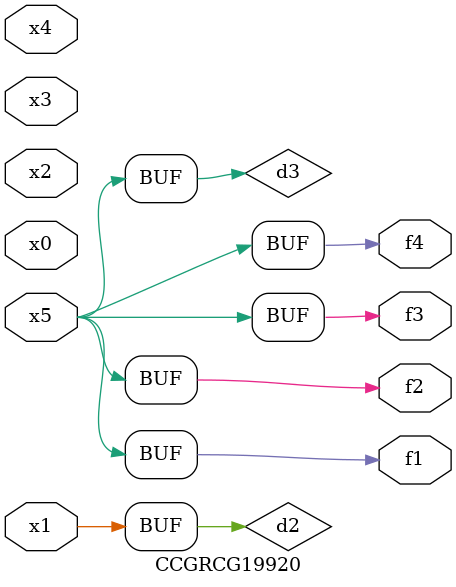
<source format=v>
module CCGRCG19920(
	input x0, x1, x2, x3, x4, x5,
	output f1, f2, f3, f4
);

	wire d1, d2, d3;

	not (d1, x5);
	or (d2, x1);
	xnor (d3, d1);
	assign f1 = d3;
	assign f2 = d3;
	assign f3 = d3;
	assign f4 = d3;
endmodule

</source>
